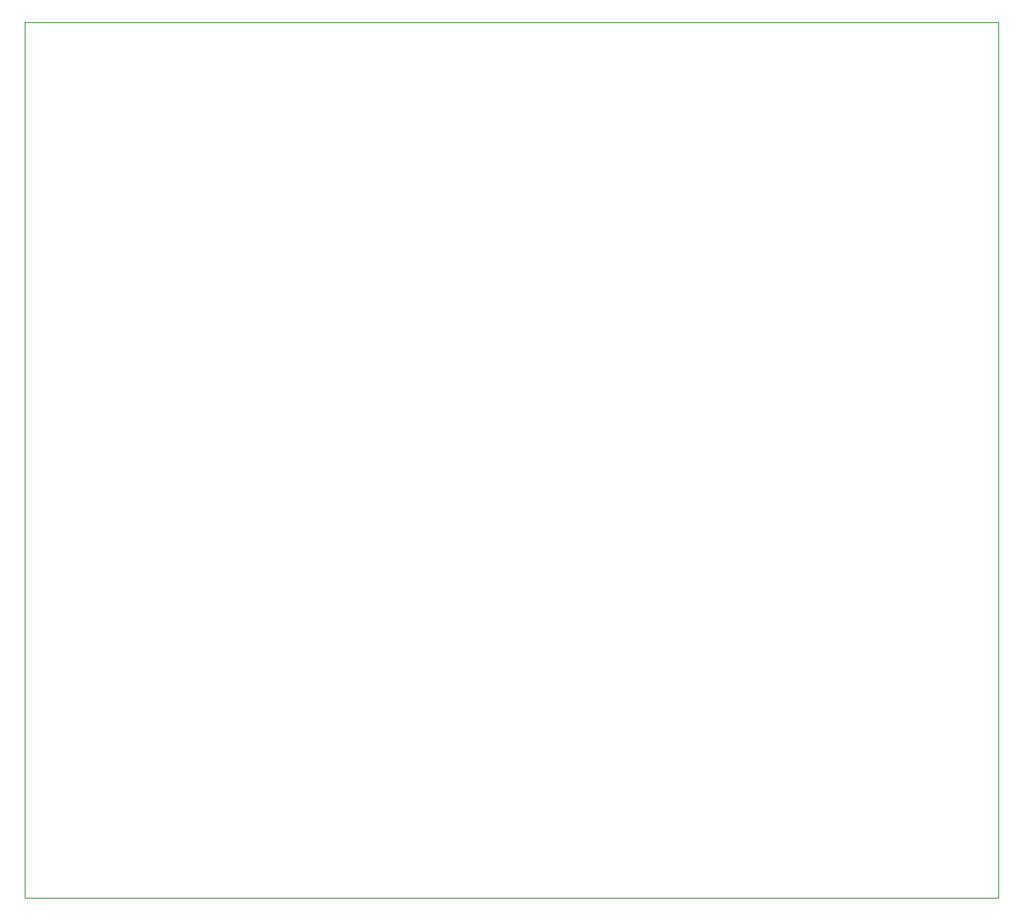
<source format=gbr>
G04*
G04 #@! TF.GenerationSoftware,Altium Limited,Altium Designer,23.2.1 (34)*
G04*
G04 Layer_Color=0*
%FSTAX24Y24*%
%MOIN*%
G70*
G04*
G04 #@! TF.SameCoordinates,BC3F6091-25B6-48BF-90D5-32B1282762A0*
G04*
G04*
G04 #@! TF.FilePolarity,Positive*
G04*
G01*
G75*
%ADD51C,0.0010*%
D51*
X0126Y01315D02*
X05205D01*
Y0486D01*
X0126D01*
Y01315D01*
M02*

</source>
